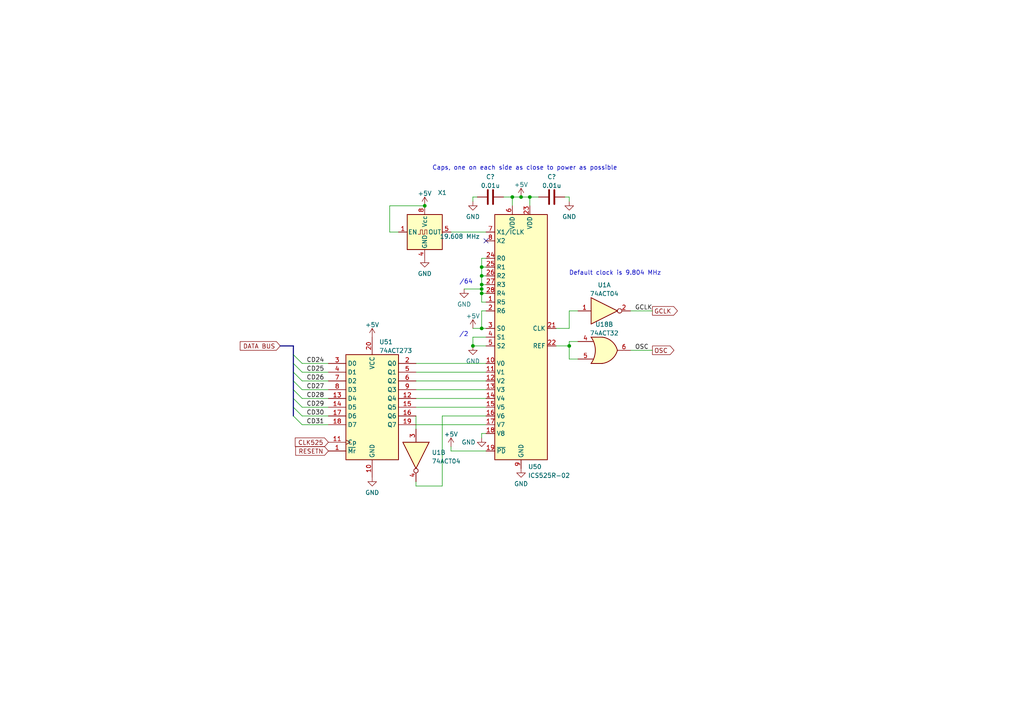
<source format=kicad_sch>
(kicad_sch (version 20211123) (generator eeschema)
  (paper "A4")
  (title_block (title "Clock Generation") (rev "1") (company "Finitron"))
  (lib_symbols
    (symbol "74xx:74LS04"
      (property "Reference" "U" (at 0 1.27 0))
      (property "Value" "74LS04" (at 0 -1.27 0))
      (symbol "74LS04_1_0"
        (polyline (pts (xy -3.81 3.81) (xy -3.81 -3.81) (xy 3.81 0) (xy -3.81 3.81)) (stroke (width 0.254)) (fill (type background)))
        (pin input line (at -7.62 0 0) (length 3.81) (name "~") (number "1"))
        (pin output inverted (at 7.62 0 180) (length 3.81) (name "~") (number "2"))
      )
      (symbol "74LS04_2_0"
        (polyline (pts (xy -3.81 3.81) (xy -3.81 -3.81) (xy 3.81 0) (xy -3.81 3.81)) (stroke (width 0.254)) (fill (type background)))
        (pin input line (at -7.62 0 0) (length 3.81) (name "~") (number "3"))
        (pin output inverted (at 7.62 0 180) (length 3.81) (name "~") (number "4"))
      )
      (symbol "74LS04_3_0"
        (polyline (pts (xy -3.81 3.81) (xy -3.81 -3.81) (xy 3.81 0) (xy -3.81 3.81)) (stroke (width 0.254)) (fill (type background)))
        (pin input line (at -7.62 0 0) (length 3.81) (name "~") (number "5"))
        (pin output inverted (at 7.62 0 180) (length 3.81) (name "~") (number "6"))
      )
      (symbol "74LS04_4_0"
        (polyline (pts (xy -3.81 3.81) (xy -3.81 -3.81) (xy 3.81 0) (xy -3.81 3.81)) (stroke (width 0.254)) (fill (type background)))
        (pin output inverted (at 7.62 0 180) (length 3.81) (name "~") (number "8"))
        (pin input line (at -7.62 0 0) (length 3.81) (name "~") (number "9"))
      )
      (symbol "74LS04_5_0"
        (polyline (pts (xy -3.81 3.81) (xy -3.81 -3.81) (xy 3.81 0) (xy -3.81 3.81)) (stroke (width 0.254)) (fill (type background)))
        (pin output inverted (at 7.62 0 180) (length 3.81) (name "~") (number "10"))
        (pin input line (at -7.62 0 0) (length 3.81) (name "~") (number "11"))
      )
      (symbol "74LS04_6_0"
        (polyline (pts (xy -3.81 3.81) (xy -3.81 -3.81) (xy 3.81 0) (xy -3.81 3.81)) (stroke (width 0.254)) (fill (type background)))
        (pin output inverted (at 7.62 0 180) (length 3.81) (name "~") (number "12"))
        (pin input line (at -7.62 0 0) (length 3.81) (name "~") (number "13"))
      )
      (symbol "74LS04_7_0"
        (pin power_in line (at 0 12.7 270) (length 5.08) (name "VCC") (number "14"))
        (pin power_in line (at 0 -12.7 90) (length 5.08) (name "GND") (number "7"))
      )
      (symbol "74LS04_7_1"
        (rectangle (start -5.08 7.62) (end 5.08 -7.62) (stroke (width 0.254)) (fill (type background)))
      )
    )
    (symbol "74xx:74LS273"
      (property "Reference" "U" (at -7.62 16.51 0))
      (property "Value" "74LS273" (at -7.62 -16.51 0))
      (symbol "74LS273_1_0"
        (pin input line (at -12.7 -12.7 0) (length 5.08) (name "~{Mr}") (number "1"))
        (pin power_in line (at 0 -20.32 90) (length 5.08) (name "GND") (number "10"))
        (pin input clock (at -12.7 -10.16 0) (length 5.08) (name "Cp") (number "11"))
        (pin output line (at 12.7 2.54 180) (length 5.08) (name "Q4") (number "12"))
        (pin input line (at -12.7 2.54 0) (length 5.08) (name "D4") (number "13"))
        (pin input line (at -12.7 0 0) (length 5.08) (name "D5") (number "14"))
        (pin output line (at 12.7 0 180) (length 5.08) (name "Q5") (number "15"))
        (pin output line (at 12.7 -2.54 180) (length 5.08) (name "Q6") (number "16"))
        (pin input line (at -12.7 -2.54 0) (length 5.08) (name "D6") (number "17"))
        (pin input line (at -12.7 -5.08 0) (length 5.08) (name "D7") (number "18"))
        (pin output line (at 12.7 -5.08 180) (length 5.08) (name "Q7") (number "19"))
        (pin output line (at 12.7 12.7 180) (length 5.08) (name "Q0") (number "2"))
        (pin power_in line (at 0 20.32 270) (length 5.08) (name "VCC") (number "20"))
        (pin input line (at -12.7 12.7 0) (length 5.08) (name "D0") (number "3"))
        (pin input line (at -12.7 10.16 0) (length 5.08) (name "D1") (number "4"))
        (pin output line (at 12.7 10.16 180) (length 5.08) (name "Q1") (number "5"))
        (pin output line (at 12.7 7.62 180) (length 5.08) (name "Q2") (number "6"))
        (pin input line (at -12.7 7.62 0) (length 5.08) (name "D2") (number "7"))
        (pin input line (at -12.7 5.08 0) (length 5.08) (name "D3") (number "8"))
        (pin output line (at 12.7 5.08 180) (length 5.08) (name "Q3") (number "9"))
      )
      (symbol "74LS273_1_1"
        (rectangle (start -7.62 15.24) (end 7.62 -15.24) (stroke (width 0.254)) (fill (type background)))
      )
    )
    (symbol "74xx:74LS32" (pin_names (offset 1.016))
      (property "Reference" "U" (at 0 1.27 0))
      (property "Value" "74LS32" (at 0 -1.27 0))
      (symbol "74LS32_1_1"
        (arc (start -3.81 -3.81) (mid -2.589 0) (end -3.81 3.81) (stroke (width 0.254)))
        (arc (start -0.6096 -3.81) (mid 2.1842 -2.5851) (end 3.81 0) (stroke (width 0.254)) (fill (type background)))
        (polyline (pts (xy -3.81 -3.81) (xy -0.635 -3.81)) (stroke (width 0.254)) (fill (type background)))
        (polyline (pts (xy -3.81 3.81) (xy -0.635 3.81)) (stroke (width 0.254)) (fill (type background)))
        (polyline (pts (xy -0.635 3.81) (xy -3.81 3.81) (xy -3.81 3.81) (xy -3.556 3.4036) (xy -3.0226 2.2606) (xy -2.6924 1.0414) (xy -2.6162 -0.254) (xy -2.7686 -1.4986) (xy -3.175 -2.7178) (xy -3.81 -3.81) (xy -3.81 -3.81) (xy -0.635 -3.81)) (stroke (width -25.4)) (fill (type background)))
        (arc (start 3.81 0) (mid 2.1915 2.5936) (end -0.6096 3.81) (stroke (width 0.254)) (fill (type background)))
        (pin input line (at -7.62 2.54 0) (length 4.318) (name "~") (number "1"))
        (pin input line (at -7.62 -2.54 0) (length 4.318) (name "~") (number "2"))
        (pin output line (at 7.62 0 180) (length 3.81) (name "~") (number "3"))
      )
      (symbol "74LS32_1_2"
        (arc (start 0 -3.81) (mid 3.81 0) (end 0 3.81) (stroke (width 0.254)) (fill (type background)))
        (polyline (pts (xy 0 3.81) (xy -3.81 3.81) (xy -3.81 -3.81) (xy 0 -3.81)) (stroke (width 0.254)) (fill (type background)))
        (pin input inverted (at -7.62 2.54 0) (length 3.81) (name "~") (number "1"))
        (pin input inverted (at -7.62 -2.54 0) (length 3.81) (name "~") (number "2"))
        (pin output inverted (at 7.62 0 180) (length 3.81) (name "~") (number "3"))
      )
      (symbol "74LS32_2_1"
        (arc (start -3.81 -3.81) (mid -2.589 0) (end -3.81 3.81) (stroke (width 0.254)))
        (arc (start -0.6096 -3.81) (mid 2.1842 -2.5851) (end 3.81 0) (stroke (width 0.254)) (fill (type background)))
        (polyline (pts (xy -3.81 -3.81) (xy -0.635 -3.81)) (stroke (width 0.254)) (fill (type background)))
        (polyline (pts (xy -3.81 3.81) (xy -0.635 3.81)) (stroke (width 0.254)) (fill (type background)))
        (polyline (pts (xy -0.635 3.81) (xy -3.81 3.81) (xy -3.81 3.81) (xy -3.556 3.4036) (xy -3.0226 2.2606) (xy -2.6924 1.0414) (xy -2.6162 -0.254) (xy -2.7686 -1.4986) (xy -3.175 -2.7178) (xy -3.81 -3.81) (xy -3.81 -3.81) (xy -0.635 -3.81)) (stroke (width -25.4)) (fill (type background)))
        (arc (start 3.81 0) (mid 2.1915 2.5936) (end -0.6096 3.81) (stroke (width 0.254)) (fill (type background)))
        (pin input line (at -7.62 2.54 0) (length 4.318) (name "~") (number "4"))
        (pin input line (at -7.62 -2.54 0) (length 4.318) (name "~") (number "5"))
        (pin output line (at 7.62 0 180) (length 3.81) (name "~") (number "6"))
      )
      (symbol "74LS32_2_2"
        (arc (start 0 -3.81) (mid 3.81 0) (end 0 3.81) (stroke (width 0.254)) (fill (type background)))
        (polyline (pts (xy 0 3.81) (xy -3.81 3.81) (xy -3.81 -3.81) (xy 0 -3.81)) (stroke (width 0.254)) (fill (type background)))
        (pin input inverted (at -7.62 2.54 0) (length 3.81) (name "~") (number "4"))
        (pin input inverted (at -7.62 -2.54 0) (length 3.81) (name "~") (number "5"))
        (pin output inverted (at 7.62 0 180) (length 3.81) (name "~") (number "6"))
      )
      (symbol "74LS32_3_1"
        (arc (start -3.81 -3.81) (mid -2.589 0) (end -3.81 3.81) (stroke (width 0.254)))
        (arc (start -0.6096 -3.81) (mid 2.1842 -2.5851) (end 3.81 0) (stroke (width 0.254)) (fill (type background)))
        (polyline (pts (xy -3.81 -3.81) (xy -0.635 -3.81)) (stroke (width 0.254)) (fill (type background)))
        (polyline (pts (xy -3.81 3.81) (xy -0.635 3.81)) (stroke (width 0.254)) (fill (type background)))
        (polyline (pts (xy -0.635 3.81) (xy -3.81 3.81) (xy -3.81 3.81) (xy -3.556 3.4036) (xy -3.0226 2.2606) (xy -2.6924 1.0414) (xy -2.6162 -0.254) (xy -2.7686 -1.4986) (xy -3.175 -2.7178) (xy -3.81 -3.81) (xy -3.81 -3.81) (xy -0.635 -3.81)) (stroke (width -25.4)) (fill (type background)))
        (arc (start 3.81 0) (mid 2.1915 2.5936) (end -0.6096 3.81) (stroke (width 0.254)) (fill (type background)))
        (pin input line (at -7.62 -2.54 0) (length 4.318) (name "~") (number "10"))
        (pin output line (at 7.62 0 180) (length 3.81) (name "~") (number "8"))
        (pin input line (at -7.62 2.54 0) (length 4.318) (name "~") (number "9"))
      )
      (symbol "74LS32_3_2"
        (arc (start 0 -3.81) (mid 3.81 0) (end 0 3.81) (stroke (width 0.254)) (fill (type background)))
        (polyline (pts (xy 0 3.81) (xy -3.81 3.81) (xy -3.81 -3.81) (xy 0 -3.81)) (stroke (width 0.254)) (fill (type background)))
        (pin input inverted (at -7.62 -2.54 0) (length 3.81) (name "~") (number "10"))
        (pin output inverted (at 7.62 0 180) (length 3.81) (name "~") (number "8"))
        (pin input inverted (at -7.62 2.54 0) (length 3.81) (name "~") (number "9"))
      )
      (symbol "74LS32_4_1"
        (arc (start -3.81 -3.81) (mid -2.589 0) (end -3.81 3.81) (stroke (width 0.254)))
        (arc (start -0.6096 -3.81) (mid 2.1842 -2.5851) (end 3.81 0) (stroke (width 0.254)) (fill (type background)))
        (polyline (pts (xy -3.81 -3.81) (xy -0.635 -3.81)) (stroke (width 0.254)) (fill (type background)))
        (polyline (pts (xy -3.81 3.81) (xy -0.635 3.81)) (stroke (width 0.254)) (fill (type background)))
        (polyline (pts (xy -0.635 3.81) (xy -3.81 3.81) (xy -3.81 3.81) (xy -3.556 3.4036) (xy -3.0226 2.2606) (xy -2.6924 1.0414) (xy -2.6162 -0.254) (xy -2.7686 -1.4986) (xy -3.175 -2.7178) (xy -3.81 -3.81) (xy -3.81 -3.81) (xy -0.635 -3.81)) (stroke (width -25.4)) (fill (type background)))
        (arc (start 3.81 0) (mid 2.1915 2.5936) (end -0.6096 3.81) (stroke (width 0.254)) (fill (type background)))
        (pin output line (at 7.62 0 180) (length 3.81) (name "~") (number "11"))
        (pin input line (at -7.62 2.54 0) (length 4.318) (name "~") (number "12"))
        (pin input line (at -7.62 -2.54 0) (length 4.318) (name "~") (number "13"))
      )
      (symbol "74LS32_4_2"
        (arc (start 0 -3.81) (mid 3.81 0) (end 0 3.81) (stroke (width 0.254)) (fill (type background)))
        (polyline (pts (xy 0 3.81) (xy -3.81 3.81) (xy -3.81 -3.81) (xy 0 -3.81)) (stroke (width 0.254)) (fill (type background)))
        (pin output inverted (at 7.62 0 180) (length 3.81) (name "~") (number "11"))
        (pin input inverted (at -7.62 2.54 0) (length 3.81) (name "~") (number "12"))
        (pin input inverted (at -7.62 -2.54 0) (length 3.81) (name "~") (number "13"))
      )
      (symbol "74LS32_5_0"
        (pin power_in line (at 0 12.7 270) (length 5.08) (name "VCC") (number "14"))
        (pin power_in line (at 0 -12.7 90) (length 5.08) (name "GND") (number "7"))
      )
      (symbol "74LS32_5_1"
        (rectangle (start -5.08 7.62) (end 5.08 -7.62) (stroke (width 0.254)) (fill (type background)))
      )
    )
    (symbol "Device:C" (pin_numbers hide) (pin_names (offset 0.254))
      (property "Reference" "C" (at 0.635 2.54 0))
      (property "Value" "C" (at 0.635 -2.54 0))
      (symbol "C_0_1"
        (polyline (pts (xy -2.032 -0.762) (xy 2.032 -0.762)) (stroke (width 0.508)))
        (polyline (pts (xy -2.032 0.762) (xy 2.032 0.762)) (stroke (width 0.508)))
      )
      (symbol "C_1_1"
        (pin passive line (at 0 3.81 270) (length 2.794) (name "~") (number "1"))
        (pin passive line (at 0 -3.81 90) (length 2.794) (name "~") (number "2"))
      )
    )
    (symbol "Oscillator:CXO_DIP8" (pin_names (offset 0.254))
      (property "Reference" "X" (at -5.08 6.35 0))
      (property "Value" "CXO_DIP8" (at 1.27 -6.35 0))
      (symbol "CXO_DIP8_0_1"
        (rectangle (start -5.08 5.08) (end 5.08 -5.08) (stroke (width 0.254)) (fill (type background)))
        (polyline (pts (xy -1.905 -0.635) (xy -1.27 -0.635) (xy -1.27 0.635) (xy -0.635 0.635) (xy -0.635 -0.635) (xy 0 -0.635) (xy 0 0.635) (xy 0.635 0.635) (xy 0.635 -0.635)))
      )
      (symbol "CXO_DIP8_1_1"
        (pin input line (at -7.62 0 0) (length 2.54) (name "EN") (number "1"))
        (pin power_in line (at 0 -7.62 90) (length 2.54) (name "GND") (number "4"))
        (pin output line (at 7.62 0 180) (length 2.54) (name "OUT") (number "5"))
        (pin power_in line (at 0 7.62 270) (length 2.54) (name "Vcc") (number "8"))
      )
    )
    (symbol "Timer_PLL:ICS525R-02"
      (property "Reference" "U" (at -5.08 36.83 0))
      (property "Value" "ICS525R-02" (at 7.62 -36.83 0))
      (symbol "ICS525R-02_0_1"
        (rectangle (start -7.62 35.56) (end 7.62 -35.56) (stroke (width 0.254)) (fill (type background)))
      )
      (symbol "ICS525R-02_1_1"
        (pin input line (at -10.16 10.16 0) (length 2.54) (name "R5") (number "1"))
        (pin input line (at -10.16 -7.62 0) (length 2.54) (name "V0") (number "10"))
        (pin input line (at -10.16 -10.16 0) (length 2.54) (name "V1") (number "11"))
        (pin input line (at -10.16 -12.7 0) (length 2.54) (name "V2") (number "12"))
        (pin input line (at -10.16 -15.24 0) (length 2.54) (name "V3") (number "13"))
        (pin input line (at -10.16 -17.78 0) (length 2.54) (name "V4") (number "14"))
        (pin input line (at -10.16 -20.32 0) (length 2.54) (name "V5") (number "15"))
        (pin input line (at -10.16 -22.86 0) (length 2.54) (name "V6") (number "16"))
        (pin input line (at -10.16 -25.4 0) (length 2.54) (name "V7") (number "17"))
        (pin input line (at -10.16 -27.94 0) (length 2.54) (name "V8") (number "18"))
        (pin input line (at -10.16 -33.02 0) (length 2.54) (name "~{PD}") (number "19"))
        (pin input line (at -10.16 7.62 0) (length 2.54) (name "R6") (number "2"))
        (pin passive line (at 0 -38.1 90) (length 2.54) hide (name "GND") (number "20"))
        (pin tri_state line (at 10.16 2.54 180) (length 2.54) (name "CLK") (number "21"))
        (pin tri_state line (at 10.16 -2.54 180) (length 2.54) (name "REF") (number "22"))
        (pin power_in line (at 2.54 38.1 270) (length 2.54) (name "VDD") (number "23"))
        (pin input line (at -10.16 22.86 0) (length 2.54) (name "R0") (number "24"))
        (pin input line (at -10.16 20.32 0) (length 2.54) (name "R1") (number "25"))
        (pin input line (at -10.16 17.78 0) (length 2.54) (name "R2") (number "26"))
        (pin input line (at -10.16 15.24 0) (length 2.54) (name "R3") (number "27"))
        (pin input line (at -10.16 12.7 0) (length 2.54) (name "R4") (number "28"))
        (pin input line (at -10.16 2.54 0) (length 2.54) (name "S0") (number "3"))
        (pin input line (at -10.16 0 0) (length 2.54) (name "S1") (number "4"))
        (pin input line (at -10.16 -2.54 0) (length 2.54) (name "S2") (number "5"))
        (pin power_in line (at -2.54 38.1 270) (length 2.54) (name "VDD") (number "6"))
        (pin input line (at -10.16 30.48 0) (length 2.54) (name "X1/ICLK") (number "7"))
        (pin output line (at -10.16 27.94 0) (length 2.54) (name "X2") (number "8"))
        (pin power_in line (at 0 -38.1 90) (length 2.54) (name "GND") (number "9"))
      )
    )
    (symbol "power:+5V" (power) (pin_names (offset 0))
      (property "Value" "+5V" (at 0 3.556 0))
      (symbol "+5V_0_1"
        (polyline (pts (xy -0.762 1.27) (xy 0 2.54)))
        (polyline (pts (xy 0 0) (xy 0 2.54)))
        (polyline (pts (xy 0 2.54) (xy 0.762 1.27)))
      )
      (symbol "+5V_1_1"
        (pin power_in line (at 0 0 90) (length 0) hide (name "+5V") (number "1"))
      )
    )
    (symbol "power:GND" (power) (pin_names (offset 0))
      (property "Value" "GND" (at 0 -3.81 0))
      (symbol "GND_0_1"
        (polyline (pts (xy 0 0) (xy 0 -1.27) (xy 1.27 -1.27) (xy 0 -2.54) (xy -1.27 -1.27) (xy 0 -1.27)))
      )
      (symbol "GND_1_1"
        (pin power_in line (at 0 0 270) (length 0) hide (name "GND") (number "1"))
      )
    )
  )
  (junction (at 139.7 77.47))
  (junction (at 139.7 80.01))
  (junction (at 139.7 85.09))
  (junction (at 148.59 57.15))
  (junction (at 139.7 83.82))
  (junction (at 139.7 82.55))
  (junction (at 137.16 100.33))
  (junction (at 123.19 59.69))
  (junction (at 165.1 100.33))
  (junction (at 153.67 57.15))
  (junction (at 151.13 57.15))
  (junction (at 139.7 95.25))
  (no_connect (at 140.97 69.85))
  (bus_entry (at 85.09 102.87) (size 2.54 2.54))
  (bus_entry (at 85.09 120.65) (size 2.54 2.54))
  (bus_entry (at 85.09 107.95) (size 2.54 2.54))
  (bus_entry (at 85.09 110.49) (size 2.54 2.54))
  (bus_entry (at 85.09 105.41) (size 2.54 2.54))
  (bus_entry (at 85.09 118.11) (size 2.54 2.54))
  (bus_entry (at 85.09 113.03) (size 2.54 2.54))
  (bus_entry (at 85.09 115.57) (size 2.54 2.54))
  (wire (pts (xy 148.59 57.15) (xy 151.13 57.15)))
  (wire (pts (xy 140.97 82.55) (xy 139.7 82.55)))
  (wire (pts (xy 120.65 115.57) (xy 140.97 115.57)))
  (wire (pts (xy 138.43 57.15) (xy 137.16 57.15)))
  (bus (pts (xy 85.09 105.41) (xy 85.09 102.87)))
  (wire (pts (xy 95.25 118.11) (xy 87.63 118.11)))
  (wire (pts (xy 120.65 110.49) (xy 140.97 110.49)))
  (wire (pts (xy 165.1 100.33) (xy 165.1 99.06)))
  (wire (pts (xy 95.25 113.03) (xy 87.63 113.03)))
  (bus (pts (xy 85.09 113.03) (xy 85.09 110.49)))
  (wire (pts (xy 95.25 105.41) (xy 87.63 105.41)))
  (bus (pts (xy 85.09 115.57) (xy 85.09 113.03)))
  (wire (pts (xy 139.7 95.25) (xy 137.16 95.25)))
  (wire (pts (xy 137.16 57.15) (xy 137.16 58.42)))
  (wire (pts (xy 182.88 101.6) (xy 189.23 101.6)))
  (wire (pts (xy 120.65 140.97) (xy 128.27 140.97)))
  (wire (pts (xy 165.1 90.17) (xy 167.64 90.17)))
  (wire (pts (xy 140.97 87.63) (xy 139.7 87.63)))
  (wire (pts (xy 161.29 100.33) (xy 165.1 100.33)))
  (wire (pts (xy 167.64 104.14) (xy 165.1 104.14)))
  (wire (pts (xy 130.81 130.81) (xy 130.81 129.54)))
  (wire (pts (xy 139.7 82.55) (xy 139.7 80.01)))
  (wire (pts (xy 140.97 120.65) (xy 128.27 120.65)))
  (wire (pts (xy 120.65 123.19) (xy 140.97 123.19)))
  (wire (pts (xy 120.65 107.95) (xy 140.97 107.95)))
  (wire (pts (xy 161.29 95.25) (xy 165.1 95.25)))
  (wire (pts (xy 139.7 83.82) (xy 139.7 82.55)))
  (wire (pts (xy 95.25 110.49) (xy 87.63 110.49)))
  (wire (pts (xy 95.25 115.57) (xy 87.63 115.57)))
  (wire (pts (xy 139.7 90.17) (xy 139.7 95.25)))
  (wire (pts (xy 120.65 120.65) (xy 120.65 124.46)))
  (wire (pts (xy 120.65 105.41) (xy 140.97 105.41)))
  (wire (pts (xy 153.67 57.15) (xy 153.67 59.69)))
  (wire (pts (xy 140.97 77.47) (xy 139.7 77.47)))
  (wire (pts (xy 140.97 97.79) (xy 137.16 97.79)))
  (wire (pts (xy 165.1 90.17) (xy 165.1 95.25)))
  (wire (pts (xy 95.25 107.95) (xy 87.63 107.95)))
  (wire (pts (xy 139.7 125.73) (xy 139.7 127)))
  (wire (pts (xy 139.7 87.63) (xy 139.7 85.09)))
  (wire (pts (xy 120.65 113.03) (xy 140.97 113.03)))
  (wire (pts (xy 137.16 100.33) (xy 140.97 100.33)))
  (wire (pts (xy 167.64 99.06) (xy 165.1 99.06)))
  (bus (pts (xy 85.09 110.49) (xy 85.09 107.95)))
  (wire (pts (xy 139.7 83.82) (xy 134.62 83.82)))
  (wire (pts (xy 130.81 67.31) (xy 140.97 67.31)))
  (bus (pts (xy 85.09 120.65) (xy 85.09 118.11)))
  (wire (pts (xy 115.57 67.31) (xy 113.03 67.31)))
  (wire (pts (xy 140.97 90.17) (xy 139.7 90.17)))
  (wire (pts (xy 139.7 74.93) (xy 140.97 74.93)))
  (wire (pts (xy 182.88 90.17) (xy 189.23 90.17)))
  (wire (pts (xy 153.67 57.15) (xy 156.21 57.15)))
  (wire (pts (xy 140.97 130.81) (xy 130.81 130.81)))
  (wire (pts (xy 140.97 95.25) (xy 139.7 95.25)))
  (wire (pts (xy 140.97 125.73) (xy 139.7 125.73)))
  (wire (pts (xy 113.03 67.31) (xy 113.03 59.69)))
  (wire (pts (xy 163.83 57.15) (xy 165.1 57.15)))
  (wire (pts (xy 140.97 85.09) (xy 139.7 85.09)))
  (wire (pts (xy 139.7 77.47) (xy 139.7 74.93)))
  (wire (pts (xy 165.1 104.14) (xy 165.1 100.33)))
  (wire (pts (xy 140.97 80.01) (xy 139.7 80.01)))
  (wire (pts (xy 120.65 139.7) (xy 120.65 140.97)))
  (wire (pts (xy 128.27 120.65) (xy 128.27 140.97)))
  (wire (pts (xy 95.25 123.19) (xy 87.63 123.19)))
  (wire (pts (xy 137.16 97.79) (xy 137.16 100.33)))
  (wire (pts (xy 148.59 59.69) (xy 148.59 57.15)))
  (wire (pts (xy 165.1 57.15) (xy 165.1 58.42)))
  (wire (pts (xy 120.65 118.11) (xy 140.97 118.11)))
  (bus (pts (xy 85.09 107.95) (xy 85.09 105.41)))
  (wire (pts (xy 95.25 120.65) (xy 87.63 120.65)))
  (wire (pts (xy 146.05 57.15) (xy 148.59 57.15)))
  (wire (pts (xy 139.7 80.01) (xy 139.7 77.47)))
  (bus (pts (xy 85.09 118.11) (xy 85.09 115.57)))
  (wire (pts (xy 151.13 57.15) (xy 153.67 57.15)))
  (wire (pts (xy 113.03 59.69) (xy 123.19 59.69)))
  (wire (pts (xy 139.7 85.09) (xy 139.7 83.82)))
  (bus (pts (xy 85.09 102.87) (xy 85.09 100.33)))
  (bus (pts (xy 85.09 100.33) (xy 81.28 100.33)))
  (text "/64" (at 137.16 82.55 180) (effects (font (size 1.27 1.27)) (justify right bottom)))
  (text "Caps, one on each side as close to power as possible" (at 179.07 49.53 0) (effects (font (size 1.27 1.27)) (justify right bottom)))
  (text "/2" (at 135.89 97.79 180) (effects (font (size 1.27 1.27)) (justify right bottom)))
  (text "Default clock is 9.804 MHz" (at 191.77 80.01 180) (effects (font (size 1.27 1.27)) (justify right bottom)))
  (label "CD31" (at 88.9 123.19 0))
  (label "CD24" (at 88.9 105.41 0))
  (label "CD25" (at 88.9 107.95 0))
  (label "OSC" (at 184.15 101.6 0))
  (label "CD28" (at 88.9 115.57 0))
  (label "CD30" (at 88.9 120.65 0))
  (label "CD26" (at 88.9 110.49 0))
  (label "CD29" (at 88.9 118.11 0))
  (label "GCLK" (at 184.15 90.17 0))
  (label "CD27" (at 88.9 113.03 0))
  (global_label "OSC" (shape output) (at 189.23 101.6 0) (property "Intersheet References" "${INTERSHEET_REFS}" (effects hide)))
  (global_label "RESETN" (shape input) (at 95.25 130.81 180) (property "Intersheet References" "${INTERSHEET_REFS}" (effects hide)))
  (global_label "DATA BUS" (shape input) (at 81.28 100.33 180) (property "Intersheet References" "${INTERSHEET_REFS}" (effects hide)))
  (global_label "CLK525" (shape input) (at 95.25 128.27 180) (property "Intersheet References" "${INTERSHEET_REFS}" (effects hide)))
  (global_label "GCLK" (shape output) (at 189.23 90.17 0) (property "Intersheet References" "${INTERSHEET_REFS}" (effects hide)))
  (symbol (lib_id "power:+5V") (at 130.81 129.54 0) (unit 1)
    (property "Reference" "#PWR?" (effects hide))
    (property "Value" "+5V" (at 130.81 125.9642 0))
  )
  (symbol (lib_id "74xx:74LS04") (at 120.65 132.08 270) (unit 2)
    (property "Reference" "U1" (at 125.222 131.2453 90) (effects (justify left)))
    (property "Value" "74ACT04" (at 125.222 133.7822 90) (effects (justify left)))
    (property "Footprint" "Package_DIP:DIP-14_W7.62mm_Socket" (effects hide))
    (property "Datasheet" "http://www.ti.com/lit/gpn/sn74LS04" (effects hide))
  )
  (symbol (lib_id "power:GND") (at 139.7 127 0) (unit 1)
    (property "Reference" "#PWR?" (effects hide))
    (property "Value" "GND" (at 135.89 128.27 0))
  )
  (symbol (lib_id "power:+5V") (at 137.16 95.25 0) (unit 1)
    (property "Reference" "#PWR?" (effects hide))
    (property "Value" "+5V" (at 137.16 91.6742 0))
  )
  (symbol (lib_id "power:GND") (at 165.1 58.42 0) (unit 1)
    (property "Reference" "#PWR?" (effects hide))
    (property "Value" "GND" (at 165.1 62.8634 0))
  )
  (symbol (lib_id "74xx:74LS04") (at 175.26 90.17 0) (unit 1)
    (property "Reference" "U1" (at 175.26 82.6602 0))
    (property "Value" "74ACT04" (at 175.26 85.1971 0))
    (property "Footprint" "Package_DIP:DIP-14_W7.62mm_Socket" (effects hide))
    (property "Datasheet" "http://www.ti.com/lit/gpn/sn74LS04" (effects hide))
  )
  (symbol (lib_id "74xx:74LS273") (at 107.95 118.11 0) (unit 1)
    (property "Reference" "U51" (at 109.9694 99.1702 0) (effects (justify left)))
    (property "Value" "74ACT273" (at 109.9694 101.7071 0) (effects (justify left)))
    (property "Footprint" "Package_DIP:DIP-20_W7.62mm_Socket" (effects hide))
    (property "Datasheet" "http://www.ti.com/lit/gpn/sn74LS273" (effects hide))
  )
  (symbol (lib_id "power:GND") (at 123.19 74.93 0) (unit 1)
    (property "Reference" "#PWR?" (effects hide))
    (property "Value" "GND" (at 123.19 79.3734 0))
  )
  (symbol (lib_id "74xx:74LS32") (at 175.26 101.6 0) (unit 2)
    (property "Reference" "U18" (at 175.26 94.0902 0))
    (property "Value" "74ACT32" (at 175.26 96.6271 0))
    (property "Footprint" "Package_DIP:DIP-14_W7.62mm_Socket" (effects hide))
    (property "Datasheet" "http://www.ti.com/lit/gpn/sn74LS32" (effects hide))
  )
  (symbol (lib_id "Device:C") (at 142.24 57.15 90) (unit 1)
    (property "Reference" "C?" (at 142.24 51.2912 90))
    (property "Value" "0.01u" (at 142.24 53.8281 90))
  )
  (symbol (lib_id "power:+5V") (at 123.19 59.69 0) (unit 1)
    (property "Reference" "#PWR?" (effects hide))
    (property "Value" "+5V" (at 123.19 56.1142 0))
  )
  (symbol (lib_id "Timer_PLL:ICS525R-02") (at 151.13 97.79 0) (unit 1)
    (property "Reference" "U50" (at 153.1494 135.3804 0) (effects (justify left)))
    (property "Value" "ICS525R-02" (at 153.1494 137.9173 0) (effects (justify left)))
    (property "Footprint" "Package_SO:SSOP-28_3.9x9.9mm_P0.635mm" (effects hide))
    (property "Datasheet" "https://www.idt.com/document/dst/525-01-02-datasheet" (effects hide))
  )
  (symbol (lib_id "power:+5V") (at 107.95 97.79 0) (unit 1)
    (property "Reference" "#PWR?" (effects hide))
    (property "Value" "+5V" (at 107.95 94.2142 0))
  )
  (symbol (lib_id "Oscillator:CXO_DIP8") (at 123.19 67.31 0) (unit 1)
    (property "Reference" "X1" (at 128.27 55.88 0))
    (property "Value" "19.608 MHz" (at 133.35 68.58 0))
    (property "Footprint" "Oscillator:Oscillator_DIP-8" (effects hide))
    (property "Datasheet" "http://cdn-reichelt.de/documents/datenblatt/B400/OSZI.pdf" (effects hide))
  )
  (symbol (lib_id "power:+5V") (at 151.13 57.15 0) (unit 1)
    (property "Reference" "#PWR?" (effects hide))
    (property "Value" "+5V" (at 151.13 53.5742 0))
  )
  (symbol (lib_id "power:GND") (at 151.13 135.89 0) (unit 1)
    (property "Reference" "#PWR?" (effects hide))
    (property "Value" "GND" (at 151.13 140.3334 0))
  )
  (symbol (lib_id "power:GND") (at 134.62 83.82 0) (unit 1)
    (property "Reference" "#PWR?" (effects hide))
    (property "Value" "GND" (at 134.62 88.2634 0))
  )
  (symbol (lib_id "Device:C") (at 160.02 57.15 90) (unit 1)
    (property "Reference" "C?" (at 160.02 51.2912 90))
    (property "Value" "0.01u" (at 160.02 53.8281 90))
  )
  (symbol (lib_id "power:GND") (at 107.95 138.43 0) (unit 1)
    (property "Reference" "#PWR?" (effects hide))
    (property "Value" "GND" (at 107.95 142.8734 0))
  )
  (symbol (lib_id "power:GND") (at 137.16 100.33 0) (unit 1)
    (property "Reference" "#PWR?" (effects hide))
    (property "Value" "GND" (at 137.16 104.7734 0))
  )
  (symbol (lib_id "power:GND") (at 137.16 58.42 0) (unit 1)
    (property "Reference" "#PWR?" (effects hide))
    (property "Value" "GND" (at 137.16 62.8634 0))
  )
)
</source>
